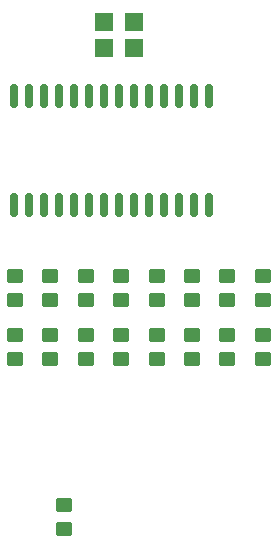
<source format=gbr>
%TF.GenerationSoftware,KiCad,Pcbnew,7.0.1*%
%TF.CreationDate,2023-04-15T20:00:27+02:00*%
%TF.ProjectId,weit_generator,77656974-5f67-4656-9e65-7261746f722e,rev?*%
%TF.SameCoordinates,Original*%
%TF.FileFunction,Paste,Top*%
%TF.FilePolarity,Positive*%
%FSLAX46Y46*%
G04 Gerber Fmt 4.6, Leading zero omitted, Abs format (unit mm)*
G04 Created by KiCad (PCBNEW 7.0.1) date 2023-04-15 20:00:27*
%MOMM*%
%LPD*%
G01*
G04 APERTURE LIST*
G04 Aperture macros list*
%AMRoundRect*
0 Rectangle with rounded corners*
0 $1 Rounding radius*
0 $2 $3 $4 $5 $6 $7 $8 $9 X,Y pos of 4 corners*
0 Add a 4 corners polygon primitive as box body*
4,1,4,$2,$3,$4,$5,$6,$7,$8,$9,$2,$3,0*
0 Add four circle primitives for the rounded corners*
1,1,$1+$1,$2,$3*
1,1,$1+$1,$4,$5*
1,1,$1+$1,$6,$7*
1,1,$1+$1,$8,$9*
0 Add four rect primitives between the rounded corners*
20,1,$1+$1,$2,$3,$4,$5,0*
20,1,$1+$1,$4,$5,$6,$7,0*
20,1,$1+$1,$6,$7,$8,$9,0*
20,1,$1+$1,$8,$9,$2,$3,0*%
G04 Aperture macros list end*
%ADD10RoundRect,0.250000X-0.450000X0.350000X-0.450000X-0.350000X0.450000X-0.350000X0.450000X0.350000X0*%
%ADD11RoundRect,0.150000X0.150000X-0.875000X0.150000X0.875000X-0.150000X0.875000X-0.150000X-0.875000X0*%
%ADD12R,1.600000X1.500000*%
G04 APERTURE END LIST*
D10*
%TO.C,R18*%
X119800000Y-99800000D03*
X119800000Y-101800000D03*
%TD*%
%TO.C,R7*%
X113800000Y-104800000D03*
X113800000Y-106800000D03*
%TD*%
%TO.C,R9*%
X110800000Y-99800000D03*
X110800000Y-101800000D03*
%TD*%
%TO.C,R10*%
X113800000Y-99800000D03*
X113800000Y-101800000D03*
%TD*%
%TO.C,R8*%
X104800000Y-104800000D03*
X104800000Y-106800000D03*
%TD*%
%TO.C,R5*%
X110800000Y-104800000D03*
X110800000Y-106800000D03*
%TD*%
%TO.C,R23*%
X105995000Y-119185000D03*
X105995000Y-121185000D03*
%TD*%
%TO.C,R12*%
X119800000Y-104800000D03*
X119800000Y-106800000D03*
%TD*%
%TO.C,R13*%
X116800000Y-104800000D03*
X116800000Y-106800000D03*
%TD*%
%TO.C,R14*%
X122800000Y-104800000D03*
X122800000Y-106800000D03*
%TD*%
%TO.C,R11*%
X122800000Y-99800000D03*
X122800000Y-101800000D03*
%TD*%
%TO.C,R6*%
X107800000Y-99800000D03*
X107800000Y-101800000D03*
%TD*%
%TO.C,R16*%
X116800000Y-99800000D03*
X116800000Y-101800000D03*
%TD*%
%TO.C,R4*%
X101800000Y-104800000D03*
X101800000Y-106800000D03*
%TD*%
%TO.C,R3*%
X101800000Y-99800000D03*
X101800000Y-101800000D03*
%TD*%
D11*
%TO.C,U1*%
X101760000Y-93800000D03*
X103030000Y-93800000D03*
X104300000Y-93800000D03*
X105570000Y-93800000D03*
X106840000Y-93800000D03*
X108110000Y-93800000D03*
X109380000Y-93800000D03*
X110650000Y-93800000D03*
X111920000Y-93800000D03*
X113190000Y-93800000D03*
X114460000Y-93800000D03*
X115730000Y-93800000D03*
X117000000Y-93800000D03*
X118270000Y-93800000D03*
X118270000Y-84500000D03*
X117000000Y-84500000D03*
X115730000Y-84500000D03*
X114460000Y-84500000D03*
X113190000Y-84500000D03*
X111920000Y-84500000D03*
X110650000Y-84500000D03*
X109380000Y-84500000D03*
X108110000Y-84500000D03*
X106840000Y-84500000D03*
X105570000Y-84500000D03*
X104300000Y-84500000D03*
X103030000Y-84500000D03*
X101760000Y-84500000D03*
%TD*%
D10*
%TO.C,R2*%
X107800000Y-104800000D03*
X107800000Y-106800000D03*
%TD*%
%TO.C,R1*%
X104800000Y-99800000D03*
X104800000Y-101800000D03*
%TD*%
D12*
%TO.C,X1*%
X111890000Y-78255000D03*
X109350000Y-78255000D03*
X109350000Y-80455000D03*
X111890000Y-80455000D03*
%TD*%
M02*

</source>
